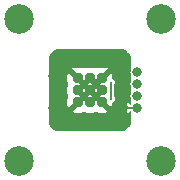
<source format=gbr>
%TF.GenerationSoftware,KiCad,Pcbnew,8.0.5*%
%TF.CreationDate,2024-12-22T15:29:08+11:00*%
%TF.ProjectId,Sensored,53656e73-6f72-4656-942e-6b696361645f,rev?*%
%TF.SameCoordinates,Original*%
%TF.FileFunction,Copper,L2,Bot*%
%TF.FilePolarity,Positive*%
%FSLAX46Y46*%
G04 Gerber Fmt 4.6, Leading zero omitted, Abs format (unit mm)*
G04 Created by KiCad (PCBNEW 8.0.5) date 2024-12-22 15:29:08*
%MOMM*%
%LPD*%
G01*
G04 APERTURE LIST*
G04 Aperture macros list*
%AMRoundRect*
0 Rectangle with rounded corners*
0 $1 Rounding radius*
0 $2 $3 $4 $5 $6 $7 $8 $9 X,Y pos of 4 corners*
0 Add a 4 corners polygon primitive as box body*
4,1,4,$2,$3,$4,$5,$6,$7,$8,$9,$2,$3,0*
0 Add four circle primitives for the rounded corners*
1,1,$1+$1,$2,$3*
1,1,$1+$1,$4,$5*
1,1,$1+$1,$6,$7*
1,1,$1+$1,$8,$9*
0 Add four rect primitives between the rounded corners*
20,1,$1+$1,$2,$3,$4,$5,0*
20,1,$1+$1,$4,$5,$6,$7,0*
20,1,$1+$1,$6,$7,$8,$9,0*
20,1,$1+$1,$8,$9,$2,$3,0*%
G04 Aperture macros list end*
%TA.AperFunction,ComponentPad*%
%ADD10C,0.800000*%
%TD*%
%TA.AperFunction,SMDPad,CuDef*%
%ADD11RoundRect,0.200000X0.200000X0.200000X-0.200000X0.200000X-0.200000X-0.200000X0.200000X-0.200000X0*%
%TD*%
%TA.AperFunction,ViaPad*%
%ADD12C,2.500000*%
%TD*%
%TA.AperFunction,ViaPad*%
%ADD13C,0.250000*%
%TD*%
%TA.AperFunction,Conductor*%
%ADD14C,0.160000*%
%TD*%
G04 APERTURE END LIST*
D10*
%TO.P,J1,1,Pin_1*%
%TO.N,+3V3*%
X148000000Y-107499999D03*
%TO.P,J1,2,Pin_2*%
%TO.N,SDA*%
X148000000Y-108499999D03*
%TO.P,J1,3,Pin_3*%
%TO.N,SCL*%
X148000000Y-109500000D03*
%TO.P,J1,4,Pin_4*%
%TO.N,GND*%
X148000000Y-110499999D03*
%TD*%
D11*
%TO.P,J2,1,Pin_1*%
%TO.N,GND*%
X143000000Y-110000000D03*
X144000000Y-110000000D03*
X145000000Y-110000000D03*
X143000000Y-109000000D03*
X144000000Y-109000000D03*
X145000000Y-109000000D03*
X143000000Y-108000000D03*
X144000000Y-108000000D03*
X145000000Y-108000000D03*
%TD*%
D12*
%TO.N,*%
X150000000Y-115000000D03*
X150000000Y-103000000D03*
X138000000Y-115000000D03*
X138000000Y-103000000D03*
D13*
%TO.N,GND*%
X143150000Y-107050000D03*
X140900000Y-106100000D03*
X140550000Y-107850000D03*
X140900000Y-107000000D03*
X146150000Y-111150000D03*
X141400000Y-112000000D03*
X143850000Y-110350000D03*
X145100000Y-108350000D03*
X145800000Y-110450000D03*
X147100000Y-110450000D03*
X144500000Y-106300000D03*
X140550000Y-110550000D03*
X143650000Y-106100000D03*
%TO.N,+3V3*%
X145800000Y-109750000D03*
X145775000Y-108375000D03*
%TD*%
D14*
%TO.N,GND*%
X148000000Y-110499999D02*
X147149999Y-110499999D01*
X147149999Y-110499999D02*
X147100000Y-110450000D01*
%TO.N,+3V3*%
X145775000Y-109725000D02*
X145775000Y-108375000D01*
X145800000Y-109750000D02*
X145775000Y-109725000D01*
%TD*%
%TA.AperFunction,Conductor*%
%TO.N,GND*%
G36*
X146503440Y-105500801D02*
G01*
X146666681Y-105515083D01*
X146680230Y-105517471D01*
X146835177Y-105558989D01*
X146848107Y-105563695D01*
X146993488Y-105631488D01*
X147005405Y-105638367D01*
X147136808Y-105730377D01*
X147147356Y-105739229D01*
X147260770Y-105852643D01*
X147269622Y-105863191D01*
X147361629Y-105994590D01*
X147368514Y-106006516D01*
X147436302Y-106151887D01*
X147441012Y-106164828D01*
X147482526Y-106319763D01*
X147484917Y-106333323D01*
X147499199Y-106496558D01*
X147499500Y-106503444D01*
X147499500Y-107227941D01*
X147493486Y-107258173D01*
X147453928Y-107353672D01*
X147453925Y-107353681D01*
X147434663Y-107499998D01*
X147434663Y-107499999D01*
X147453925Y-107646316D01*
X147453927Y-107646322D01*
X147493486Y-107741823D01*
X147499500Y-107772056D01*
X147499500Y-108227941D01*
X147493486Y-108258173D01*
X147453928Y-108353672D01*
X147453925Y-108353681D01*
X147434663Y-108499998D01*
X147434663Y-108499999D01*
X147453925Y-108646316D01*
X147453927Y-108646322D01*
X147493486Y-108741823D01*
X147499500Y-108772056D01*
X147499500Y-109227942D01*
X147493486Y-109258174D01*
X147453928Y-109353673D01*
X147453925Y-109353682D01*
X147434663Y-109499999D01*
X147434663Y-109500000D01*
X147453925Y-109646317D01*
X147453927Y-109646323D01*
X147493486Y-109741824D01*
X147499500Y-109772057D01*
X147499500Y-110162330D01*
X147481018Y-110213110D01*
X147434218Y-110240130D01*
X147381000Y-110230746D01*
X147364639Y-110218191D01*
X147211744Y-110065296D01*
X147173283Y-110131915D01*
X147173279Y-110131924D01*
X147114819Y-110311842D01*
X147114818Y-110311847D01*
X147095043Y-110499997D01*
X147095043Y-110500000D01*
X147114818Y-110688150D01*
X147114819Y-110688155D01*
X147173279Y-110868073D01*
X147173281Y-110868077D01*
X147211744Y-110934699D01*
X147364639Y-110781806D01*
X147413615Y-110758969D01*
X147465813Y-110772955D01*
X147496808Y-110817222D01*
X147499500Y-110837668D01*
X147499500Y-111496555D01*
X147499199Y-111503441D01*
X147484917Y-111666676D01*
X147482526Y-111680236D01*
X147441012Y-111835171D01*
X147436302Y-111848112D01*
X147368514Y-111993483D01*
X147361629Y-112005409D01*
X147269622Y-112136808D01*
X147260770Y-112147356D01*
X147147356Y-112260770D01*
X147136808Y-112269622D01*
X147005409Y-112361629D01*
X146993483Y-112368514D01*
X146848112Y-112436302D01*
X146835171Y-112441012D01*
X146680236Y-112482526D01*
X146666676Y-112484917D01*
X146524682Y-112497340D01*
X146503439Y-112499199D01*
X146496555Y-112499500D01*
X141503445Y-112499500D01*
X141496560Y-112499199D01*
X141469900Y-112496866D01*
X141333323Y-112484917D01*
X141319763Y-112482526D01*
X141164828Y-112441012D01*
X141151887Y-112436302D01*
X141006516Y-112368514D01*
X140994590Y-112361629D01*
X140863191Y-112269622D01*
X140852643Y-112260770D01*
X140739229Y-112147356D01*
X140730377Y-112136808D01*
X140638370Y-112005409D01*
X140631488Y-111993488D01*
X140563695Y-111848107D01*
X140558989Y-111835177D01*
X140517471Y-111680230D01*
X140515083Y-111666681D01*
X140500801Y-111503440D01*
X140500500Y-111496555D01*
X140500500Y-110842993D01*
X142510559Y-110842993D01*
X142510601Y-110843018D01*
X142510603Y-110843019D01*
X142672894Y-110893591D01*
X142743425Y-110899999D01*
X143256575Y-110899999D01*
X143327101Y-110893591D01*
X143327109Y-110893589D01*
X143476497Y-110847038D01*
X143523503Y-110847038D01*
X143672894Y-110893591D01*
X143743425Y-110899999D01*
X144256575Y-110899999D01*
X144327101Y-110893591D01*
X144327109Y-110893589D01*
X144476497Y-110847038D01*
X144523503Y-110847038D01*
X144672894Y-110893591D01*
X144743425Y-110899999D01*
X145256575Y-110899999D01*
X145327101Y-110893591D01*
X145327109Y-110893589D01*
X145489396Y-110843018D01*
X145489398Y-110843017D01*
X145489439Y-110842992D01*
X144548604Y-109902157D01*
X144548603Y-109902157D01*
X144500000Y-109853553D01*
X144451397Y-109902157D01*
X144451396Y-109902157D01*
X144055861Y-110297692D01*
X144006885Y-110320530D01*
X143954687Y-110306544D01*
X143944139Y-110297692D01*
X143548604Y-109902157D01*
X143548603Y-109902157D01*
X143500000Y-109853553D01*
X143451397Y-109902157D01*
X143451396Y-109902157D01*
X143000000Y-110353553D01*
X142510559Y-110842993D01*
X140500500Y-110842993D01*
X140500500Y-107743425D01*
X142100000Y-107743425D01*
X142100000Y-108256575D01*
X142106408Y-108327101D01*
X142106410Y-108327109D01*
X142152962Y-108476497D01*
X142152962Y-108523503D01*
X142106408Y-108672894D01*
X142100000Y-108743425D01*
X142100000Y-109256575D01*
X142106408Y-109327101D01*
X142106410Y-109327109D01*
X142152962Y-109476497D01*
X142152962Y-109523503D01*
X142106408Y-109672894D01*
X142100000Y-109743425D01*
X142100000Y-110256575D01*
X142106408Y-110327101D01*
X142106410Y-110327109D01*
X142156981Y-110489398D01*
X142157005Y-110489439D01*
X142157007Y-110489439D01*
X143000000Y-109646447D01*
X143000000Y-109646446D01*
X143146447Y-109499999D01*
X143853553Y-109499999D01*
X143853553Y-109500001D01*
X143999999Y-109646447D01*
X144000001Y-109646447D01*
X144146447Y-109500001D01*
X144146447Y-109499999D01*
X144000001Y-109353553D01*
X143999999Y-109353553D01*
X143853553Y-109499999D01*
X143146447Y-109499999D01*
X142702308Y-109055860D01*
X142679470Y-109006884D01*
X142681315Y-109000000D01*
X143353553Y-109000000D01*
X143451396Y-109097842D01*
X143500000Y-109146446D01*
X143646446Y-109000000D01*
X144353553Y-109000000D01*
X144451396Y-109097842D01*
X144500000Y-109146446D01*
X144646446Y-109000000D01*
X144548603Y-108902157D01*
X144500000Y-108853553D01*
X144451397Y-108902157D01*
X144451396Y-108902158D01*
X144353553Y-109000000D01*
X143646446Y-109000000D01*
X143548603Y-108902157D01*
X143500000Y-108853553D01*
X143451397Y-108902157D01*
X143451396Y-108902158D01*
X143353553Y-109000000D01*
X142681315Y-109000000D01*
X142693456Y-108954686D01*
X142702308Y-108944137D01*
X143000000Y-108646446D01*
X143146446Y-108500000D01*
X143146445Y-108499999D01*
X143853553Y-108499999D01*
X143853553Y-108500001D01*
X143999999Y-108646447D01*
X144000001Y-108646447D01*
X144146447Y-108500001D01*
X144146447Y-108500000D01*
X144853553Y-108500000D01*
X145000000Y-108646446D01*
X145000000Y-108646447D01*
X145297691Y-108944138D01*
X145320529Y-108993114D01*
X145306543Y-109045312D01*
X145297691Y-109055860D01*
X144853553Y-109499998D01*
X144853553Y-109499999D01*
X145000000Y-109646446D01*
X145000000Y-109646447D01*
X145842992Y-110489439D01*
X145843017Y-110489398D01*
X145843018Y-110489396D01*
X145893591Y-110327105D01*
X145899999Y-110256575D01*
X145899999Y-110115310D01*
X145918481Y-110064529D01*
X145951979Y-110041073D01*
X145965261Y-110036240D01*
X146053194Y-109962455D01*
X146110588Y-109863045D01*
X146130521Y-109750000D01*
X146110588Y-109636955D01*
X146053194Y-109537545D01*
X146048191Y-109533346D01*
X146043717Y-109529592D01*
X146016699Y-109482791D01*
X146015500Y-109469077D01*
X146015500Y-108630609D01*
X146026084Y-108591109D01*
X146078685Y-108500001D01*
X146085588Y-108488045D01*
X146105521Y-108375000D01*
X146085588Y-108261955D01*
X146028194Y-108162545D01*
X146028190Y-108162542D01*
X146028187Y-108162538D01*
X145940263Y-108088761D01*
X145939499Y-108088320D01*
X145938931Y-108087643D01*
X145934967Y-108084317D01*
X145935553Y-108083617D01*
X145904763Y-108046923D01*
X145899999Y-108019904D01*
X145899999Y-107743424D01*
X145893591Y-107672898D01*
X145893589Y-107672890D01*
X145843019Y-107510603D01*
X145843018Y-107510601D01*
X145842992Y-107510558D01*
X145000000Y-108353553D01*
X145000000Y-108353554D01*
X144853553Y-108500000D01*
X144146447Y-108500000D01*
X144146447Y-108499999D01*
X144000001Y-108353553D01*
X143999999Y-108353553D01*
X143853553Y-108499999D01*
X143146445Y-108499999D01*
X143000000Y-108353554D01*
X143000000Y-108353553D01*
X142157006Y-107510559D01*
X142156984Y-107510597D01*
X142156981Y-107510603D01*
X142106408Y-107672894D01*
X142100000Y-107743425D01*
X140500500Y-107743425D01*
X140500500Y-107157006D01*
X142510559Y-107157006D01*
X143451396Y-108097843D01*
X143451397Y-108097843D01*
X143500000Y-108146446D01*
X143548603Y-108097843D01*
X143548604Y-108097843D01*
X143944139Y-107702308D01*
X143993115Y-107679470D01*
X144045313Y-107693456D01*
X144055861Y-107702308D01*
X144451396Y-108097843D01*
X144451397Y-108097843D01*
X144500000Y-108146446D01*
X144548603Y-108097843D01*
X144548604Y-108097843D01*
X145000000Y-107646447D01*
X145489439Y-107157006D01*
X145489439Y-107157005D01*
X145489398Y-107156981D01*
X145327105Y-107106408D01*
X145256574Y-107100000D01*
X144743424Y-107100000D01*
X144672898Y-107106408D01*
X144672890Y-107106410D01*
X144523503Y-107152962D01*
X144476497Y-107152962D01*
X144327105Y-107106408D01*
X144256574Y-107100000D01*
X143743424Y-107100000D01*
X143672898Y-107106408D01*
X143672890Y-107106410D01*
X143523503Y-107152962D01*
X143476497Y-107152962D01*
X143327105Y-107106408D01*
X143256574Y-107100000D01*
X142743424Y-107100000D01*
X142672898Y-107106408D01*
X142672890Y-107106410D01*
X142510603Y-107156981D01*
X142510597Y-107156984D01*
X142510559Y-107157006D01*
X140500500Y-107157006D01*
X140500500Y-106503444D01*
X140500801Y-106496559D01*
X140513733Y-106348748D01*
X140515083Y-106333316D01*
X140517471Y-106319771D01*
X140558990Y-106164818D01*
X140563693Y-106151896D01*
X140631490Y-106006506D01*
X140638364Y-105994599D01*
X140730382Y-105863184D01*
X140739223Y-105852649D01*
X140852649Y-105739223D01*
X140863184Y-105730382D01*
X140994599Y-105638364D01*
X141006506Y-105631490D01*
X141151896Y-105563693D01*
X141164818Y-105558990D01*
X141319771Y-105517471D01*
X141333316Y-105515083D01*
X141496560Y-105500801D01*
X141503445Y-105500500D01*
X141565892Y-105500500D01*
X146434108Y-105500500D01*
X146496555Y-105500500D01*
X146503440Y-105500801D01*
G37*
%TD.AperFunction*%
%TD*%
M02*

</source>
